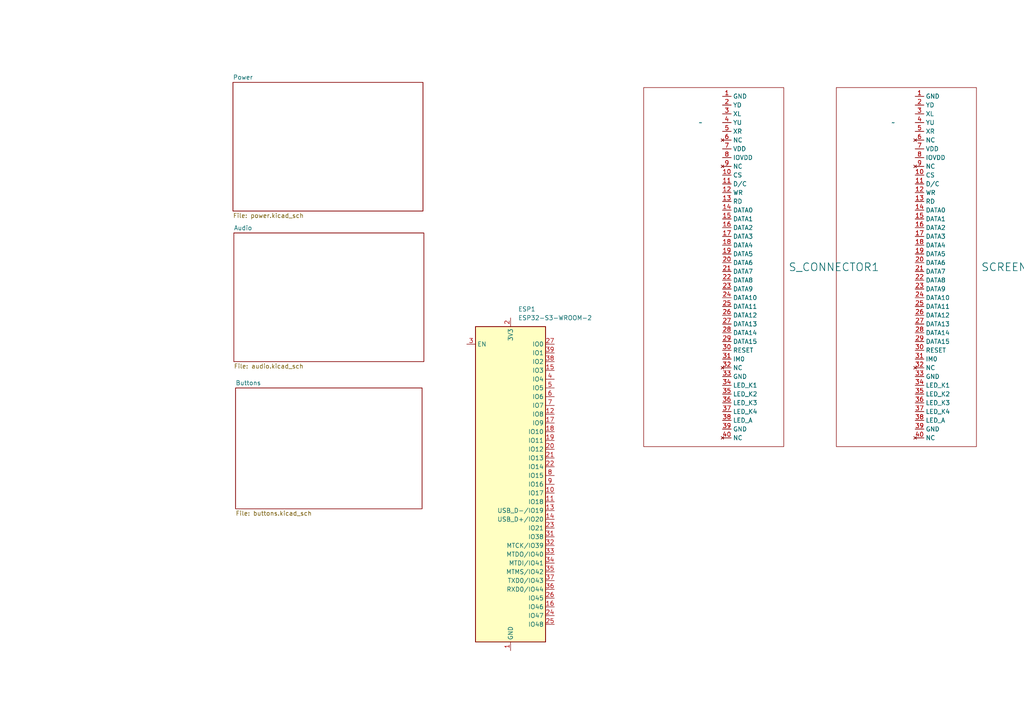
<source format=kicad_sch>
(kicad_sch (version 20230121) (generator eeschema)
  (paper "A4")
  (lib_symbols
    (symbol "RF_Module:ESP32-S3-WROOM-2"
      (property "Reference" "U" (at -10.16 45.72 0))
      (property "Value" "ESP32-S3-WROOM-2" (at 2.54 45.72 0))
      (symbol "ESP32-S3-WROOM-2_0_1"
        (rectangle (start -10.16 45.72) (end 10.16 -45.72) (stroke (width 0.254)) (fill (type background)))
      )
      (symbol "ESP32-S3-WROOM-2_1_1"
        (pin power_in line (at 0 -48.26 90) (length 2.54) (name "GND") (number "1"))
        (pin bidirectional line (at 12.7 -2.54 180) (length 2.54) (name "IO17") (number "10"))
        (pin bidirectional line (at 12.7 -5.08 180) (length 2.54) (name "IO18") (number "11"))
        (pin bidirectional line (at 12.7 20.32 180) (length 2.54) (name "IO8") (number "12"))
        (pin bidirectional line (at 12.7 -7.62 180) (length 2.54) (name "USB_D-/IO19") (number "13"))
        (pin bidirectional line (at 12.7 -10.16 180) (length 2.54) (name "USB_D+/IO20") (number "14"))
        (pin bidirectional line (at 12.7 33.02 180) (length 2.54) (name "IO3") (number "15"))
        (pin bidirectional line (at 12.7 -35.56 180) (length 2.54) (name "IO46") (number "16"))
        (pin bidirectional line (at 12.7 17.78 180) (length 2.54) (name "IO9") (number "17"))
        (pin bidirectional line (at 12.7 15.24 180) (length 2.54) (name "IO10") (number "18"))
        (pin bidirectional line (at 12.7 12.7 180) (length 2.54) (name "IO11") (number "19"))
        (pin power_in line (at 0 48.26 270) (length 2.54) (name "3V3") (number "2"))
        (pin bidirectional line (at 12.7 10.16 180) (length 2.54) (name "IO12") (number "20"))
        (pin bidirectional line (at 12.7 7.62 180) (length 2.54) (name "IO13") (number "21"))
        (pin bidirectional line (at 12.7 5.08 180) (length 2.54) (name "IO14") (number "22"))
        (pin bidirectional line (at 12.7 -12.7 180) (length 2.54) (name "IO21") (number "23"))
        (pin bidirectional line (at 12.7 -38.1 180) (length 2.54) (name "IO47") (number "24"))
        (pin bidirectional line (at 12.7 -40.64 180) (length 2.54) (name "IO48") (number "25"))
        (pin bidirectional line (at 12.7 -33.02 180) (length 2.54) (name "IO45") (number "26"))
        (pin bidirectional line (at 12.7 40.64 180) (length 2.54) (name "IO0") (number "27"))
        (pin no_connect line (at -10.16 -35.56 0) (length 2.54) hide (name "NC") (number "28"))
        (pin no_connect line (at -10.16 -38.1 0) (length 2.54) hide (name "NC") (number "29"))
        (pin input line (at -12.7 40.64 0) (length 2.54) (name "EN") (number "3"))
        (pin no_connect line (at -10.16 -40.64 0) (length 2.54) hide (name "NC") (number "30"))
        (pin bidirectional line (at 12.7 -15.24 180) (length 2.54) (name "IO38") (number "31"))
        (pin bidirectional line (at 12.7 -17.78 180) (length 2.54) (name "MTCK/IO39") (number "32"))
        (pin bidirectional line (at 12.7 -20.32 180) (length 2.54) (name "MTDO/IO40") (number "33"))
        (pin bidirectional line (at 12.7 -22.86 180) (length 2.54) (name "MTDI/IO41") (number "34"))
        (pin bidirectional line (at 12.7 -25.4 180) (length 2.54) (name "MTMS/IO42") (number "35"))
        (pin bidirectional line (at 12.7 -30.48 180) (length 2.54) (name "RXD0/IO44") (number "36"))
        (pin bidirectional line (at 12.7 -27.94 180) (length 2.54) (name "TXD0/IO43") (number "37"))
        (pin bidirectional line (at 12.7 35.56 180) (length 2.54) (name "IO2") (number "38"))
        (pin bidirectional line (at 12.7 38.1 180) (length 2.54) (name "IO1") (number "39"))
        (pin bidirectional line (at 12.7 30.48 180) (length 2.54) (name "IO4") (number "4"))
        (pin passive line (at 0 -48.26 90) (length 2.54) hide (name "GND") (number "40"))
        (pin passive line (at 0 -48.26 90) (length 2.54) hide (name "GND") (number "41"))
        (pin bidirectional line (at 12.7 27.94 180) (length 2.54) (name "IO5") (number "5"))
        (pin bidirectional line (at 12.7 25.4 180) (length 2.54) (name "IO6") (number "6"))
        (pin bidirectional line (at 12.7 22.86 180) (length 2.54) (name "IO7") (number "7"))
        (pin bidirectional line (at 12.7 2.54 180) (length 2.54) (name "IO15") (number "8"))
        (pin bidirectional line (at 12.7 0 180) (length 2.54) (name "IO16") (number "9"))
      )
    )
    (symbol "screen-40pins-ili9488:connector"
      (property "Reference" "S_CONNECTOR" (at -6.35 -1.27 90))
      (symbol "connector_0_1"
        (rectangle (start -13.97 50.8) (end 26.67 -53.34))
      )
      (symbol "connector_1_1"
        (pin free line (at 8.89 48.26 0) (length 2.54) (name "GND") (number "1"))
        (pin input line (at 8.89 25.4 0) (length 2.54) (name "CS") (number "10"))
        (pin input line (at 8.89 22.86 0) (length 2.54) (name "D/C") (number "11"))
        (pin input line (at 8.89 20.32 0) (length 2.54) (name "WR") (number "12"))
        (pin input line (at 8.89 17.78 0) (length 2.54) (name "RD") (number "13"))
        (pin bidirectional line (at 8.89 15.24 0) (length 2.54) (name "DATA0") (number "14"))
        (pin bidirectional line (at 8.89 12.7 0) (length 2.54) (name "DATA1") (number "15"))
        (pin bidirectional line (at 8.89 10.16 0) (length 2.54) (name "DATA2") (number "16"))
        (pin bidirectional line (at 8.89 7.62 0) (length 2.54) (name "DATA3") (number "17"))
        (pin bidirectional line (at 8.89 5.08 0) (length 2.54) (name "DATA4") (number "18"))
        (pin bidirectional line (at 8.89 2.54 0) (length 2.54) (name "DATA5") (number "19"))
        (pin input line (at 8.89 45.72 0) (length 2.54) (name "YD") (number "2"))
        (pin bidirectional line (at 8.89 0 0) (length 2.54) (name "DATA6") (number "20"))
        (pin bidirectional line (at 8.89 -2.54 0) (length 2.54) (name "DATA7") (number "21"))
        (pin bidirectional line (at 8.89 -5.08 0) (length 2.54) (name "DATA8") (number "22"))
        (pin bidirectional line (at 8.89 -7.62 0) (length 2.54) (name "DATA9") (number "23"))
        (pin bidirectional line (at 8.89 -10.16 0) (length 2.54) (name "DATA10") (number "24"))
        (pin bidirectional line (at 8.89 -12.7 0) (length 2.54) (name "DATA11") (number "25"))
        (pin bidirectional line (at 8.89 -15.24 0) (length 2.54) (name "DATA12") (number "26"))
        (pin bidirectional line (at 8.89 -17.78 0) (length 2.54) (name "DATA13") (number "27"))
        (pin bidirectional line (at 8.89 -20.32 0) (length 2.54) (name "DATA14") (number "28"))
        (pin bidirectional line (at 8.89 -22.86 0) (length 2.54) (name "DATA15") (number "29"))
        (pin input line (at 8.89 43.18 0) (length 2.54) (name "XL") (number "3"))
        (pin input line (at 8.89 -25.4 0) (length 2.54) (name "RESET") (number "30"))
        (pin input line (at 8.89 -27.94 0) (length 2.54) (name "IM0") (number "31"))
        (pin no_connect line (at 8.89 -30.48 0) (length 2.54) (name "NC") (number "32"))
        (pin power_in line (at 8.89 -33.02 0) (length 2.54) (name "GND") (number "33"))
        (pin power_in line (at 8.89 -35.56 0) (length 2.54) (name "LED_K1") (number "34"))
        (pin power_in line (at 8.89 -38.1 0) (length 2.54) (name "LED_K2") (number "35"))
        (pin power_in line (at 8.89 -40.64 0) (length 2.54) (name "LED_K3") (number "36"))
        (pin power_in line (at 8.89 -43.18 0) (length 2.54) (name "LED_K4") (number "37"))
        (pin power_in line (at 8.89 -45.72 0) (length 2.54) (name "LED_A") (number "38"))
        (pin power_in line (at 8.89 -48.26 0) (length 2.54) (name "GND") (number "39"))
        (pin input line (at 8.89 40.64 0) (length 2.54) (name "YU") (number "4"))
        (pin no_connect line (at 8.89 -50.8 0) (length 2.54) (name "NC") (number "40"))
        (pin input line (at 8.89 38.1 0) (length 2.54) (name "XR") (number "5"))
        (pin no_connect line (at 8.89 35.56 0) (length 2.54) (name "NC") (number "6"))
        (pin power_in line (at 8.89 33.02 0) (length 2.54) (name "VDD") (number "7"))
        (pin power_in line (at 8.89 30.48 0) (length 2.54) (name "IOVDD") (number "8"))
        (pin no_connect line (at 8.89 27.94 0) (length 2.54) (name "NC") (number "9"))
      )
    )
    (symbol "screen-40pins-ili9488:screen-ili9488"
      (property "Reference" "SCREEN" (at -7.62 0 0))
      (symbol "screen-ili9488_0_1"
        (rectangle (start -13.97 50.8) (end 26.67 -53.34))
      )
      (symbol "screen-ili9488_1_1"
        (pin free line (at 8.89 48.26 0) (length 2.54) (name "GND") (number "1"))
        (pin input line (at 8.89 25.4 0) (length 2.54) (name "CS") (number "10"))
        (pin input line (at 8.89 22.86 0) (length 2.54) (name "D/C") (number "11"))
        (pin input line (at 8.89 20.32 0) (length 2.54) (name "WR") (number "12"))
        (pin input line (at 8.89 17.78 0) (length 2.54) (name "RD") (number "13"))
        (pin bidirectional line (at 8.89 15.24 0) (length 2.54) (name "DATA0") (number "14"))
        (pin bidirectional line (at 8.89 12.7 0) (length 2.54) (name "DATA1") (number "15"))
        (pin bidirectional line (at 8.89 10.16 0) (length 2.54) (name "DATA2") (number "16"))
        (pin bidirectional line (at 8.89 7.62 0) (length 2.54) (name "DATA3") (number "17"))
        (pin bidirectional line (at 8.89 5.08 0) (length 2.54) (name "DATA4") (number "18"))
        (pin bidirectional line (at 8.89 2.54 0) (length 2.54) (name "DATA5") (number "19"))
        (pin input line (at 8.89 45.72 0) (length 2.54) (name "YD") (number "2"))
        (pin bidirectional line (at 8.89 0 0) (length 2.54) (name "DATA6") (number "20"))
        (pin bidirectional line (at 8.89 -2.54 0) (length 2.54) (name "DATA7") (number "21"))
        (pin bidirectional line (at 8.89 -5.08 0) (length 2.54) (name "DATA8") (number "22"))
        (pin bidirectional line (at 8.89 -7.62 0) (length 2.54) (name "DATA9") (number "23"))
        (pin bidirectional line (at 8.89 -10.16 0) (length 2.54) (name "DATA10") (number "24"))
        (pin bidirectional line (at 8.89 -12.7 0) (length 2.54) (name "DATA11") (number "25"))
        (pin bidirectional line (at 8.89 -15.24 0) (length 2.54) (name "DATA12") (number "26"))
        (pin bidirectional line (at 8.89 -17.78 0) (length 2.54) (name "DATA13") (number "27"))
        (pin bidirectional line (at 8.89 -20.32 0) (length 2.54) (name "DATA14") (number "28"))
        (pin bidirectional line (at 8.89 -22.86 0) (length 2.54) (name "DATA15") (number "29"))
        (pin input line (at 8.89 43.18 0) (length 2.54) (name "XL") (number "3"))
        (pin input line (at 8.89 -25.4 0) (length 2.54) (name "RESET") (number "30"))
        (pin input line (at 8.89 -27.94 0) (length 2.54) (name "IM0") (number "31"))
        (pin no_connect line (at 8.89 -30.48 0) (length 2.54) (name "NC") (number "32"))
        (pin power_in line (at 8.89 -33.02 0) (length 2.54) (name "GND") (number "33"))
        (pin power_in line (at 8.89 -35.56 0) (length 2.54) (name "LED_K1") (number "34"))
        (pin power_in line (at 8.89 -38.1 0) (length 2.54) (name "LED_K2") (number "35"))
        (pin power_in line (at 8.89 -40.64 0) (length 2.54) (name "LED_K3") (number "36"))
        (pin power_in line (at 8.89 -43.18 0) (length 2.54) (name "LED_K4") (number "37"))
        (pin power_in line (at 8.89 -45.72 0) (length 2.54) (name "LED_A") (number "38"))
        (pin power_in line (at 8.89 -48.26 0) (length 2.54) (name "GND") (number "39"))
        (pin input line (at 8.89 40.64 0) (length 2.54) (name "YU") (number "4"))
        (pin no_connect line (at 8.89 -50.8 0) (length 2.54) (name "NC") (number "40"))
        (pin input line (at 8.89 38.1 0) (length 2.54) (name "XR") (number "5"))
        (pin no_connect line (at 8.89 35.56 0) (length 2.54) (name "NC") (number "6"))
        (pin power_in line (at 8.89 33.02 0) (length 2.54) (name "VDD") (number "7"))
        (pin power_in line (at 8.89 30.48 0) (length 2.54) (name "IOVDD") (number "8"))
        (pin no_connect line (at 8.89 27.94 0) (length 2.54) (name "NC") (number "9"))
      )
    )
  )
  (symbol (lib_id "RF_Module:ESP32-S3-WROOM-2") (at 148.082 140.462 0) (unit 1)
    (property "Reference" "ESP1" (at 150.2761 89.662 0) (effects (justify left)))
    (property "Value" "ESP32-S3-WROOM-2" (at 150.2761 92.202 0) (effects (justify left)))
    (property "Footprint" "RF_Module:ESP32-S3-WROOM-2" (effects hide))
    (property "Datasheet" "https://www.espressif.com/sites/default/files/documentation/esp32-s3-wroom-2_datasheet_en.pdf" (effects hide))
    (property "Manufacturer" "Espressif Systems" (effects hide))
    (property "Part number" "ESP32-S3-WROOM-2-N32R16V" (effects hide))
    (property "Supplier" "DigiKey" (effects hide))
    (property "Supplier Part number" "1965-ESP32-S3-WROOM-2-N32R16VTR-ND" (effects hide))
  )
  (symbol (lib_id "screen-40pins-ili9488:screen-ili9488") (at 256.54 76.2 0) (unit 1)
    (property "Reference" "SCREEN1" (at 284.48 77.47 0) (effects (font (size 2.27 2.27)) (justify left)))
    (property "Value" "~" (at 259.08 35.56 0))
    (property "Footprint" "openpod:nhd-2.4-240320cf-ctxif" (effects hide))
    (property "Datasheet" "https://newhavendisplay.com/content/specs/NHD-2.4-240320CF-CTXI-F.pdf" (effects hide))
    (property "Manufacturer" "Newhaven Display Intl" (effects hide))
    (property "Part number" "NHD-2.4-240320CF-CTXI#-F" (effects hide))
    (property "Supplier" "DigiKey" (effects hide))
    (property "Supplier Part number" "NHD-2.4-240320CF-CTXI#-F-ND" (effects hide))
  )
  (symbol (lib_id "screen-40pins-ili9488:connector") (at 200.66 76.2 0) (unit 1)
    (property "Reference" "S_CONNECTOR1" (at 228.6 77.47 0) (effects (font (size 2.27 2.27)) (justify left)))
    (property "Value" "~" (at 203.2 35.56 0))
    (property "Footprint" "openpod:Hirose_FH12-40S-0.5SH_1x40-1MP_P0.50mm_Horizontal" (effects hide))
    (property "Datasheet" "https://www.mouser.fr/datasheet/2/185/FH12_40S_0_5SH_55__CL0586_0527_7_55_2DDrawing_0000-1614809.pdf" (effects hide))
    (property "Manufacturer" "Hirose Electric" (effects hide))
    (property "Part number" "FH12-40S-0.5SH(55)" (effects hide))
    (property "Supplier" "DigiKey" (effects hide))
    (property "Supplier Part number" "26-FH12-40S-0.5SH(55)TR-ND" (effects hide))
  )
  (sheet (at 67.818 67.564) (size 55.118 37.338) (stroke (width 0.1524))
    (property "Sheetname" "Audio" (at 67.818 66.8524 0) (effects (justify left bottom)))
    (property "Sheetfile" "audio.kicad_sch" (at 67.818 105.4866 0) (effects (justify left top)))
  )
  (sheet (at 68.326 112.522) (size 54.102 35.052) (stroke (width 0.1524))
    (property "Sheetname" "Buttons" (at 68.326 111.8104 0) (effects (justify left bottom)))
    (property "Sheetfile" "buttons.kicad_sch" (at 68.326 148.1586 0) (effects (justify left top)))
  )
  (sheet (at 67.564 23.876) (size 55.118 37.338) (stroke (width 0.1524))
    (property "Sheetname" "Power" (at 67.564 23.1644 0) (effects (justify left bottom)))
    (property "Sheetfile" "power.kicad_sch" (at 67.564 61.7986 0) (effects (justify left top)))
  )
)
</source>
